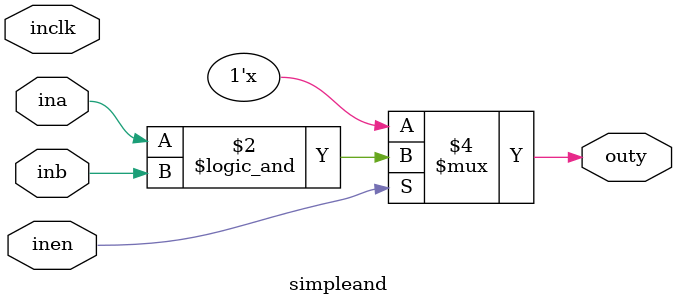
<source format=v>


module simpleand(
  input ina,
  input inb,
  input inen,
  input inclk,
  output reg  outy);

  always @ (inclk)
  begin
  if(inen) begin
   outy = ina&&inb; //Y = A&&B; // Y is the opposite of A
  end
end
  endmodule


</source>
